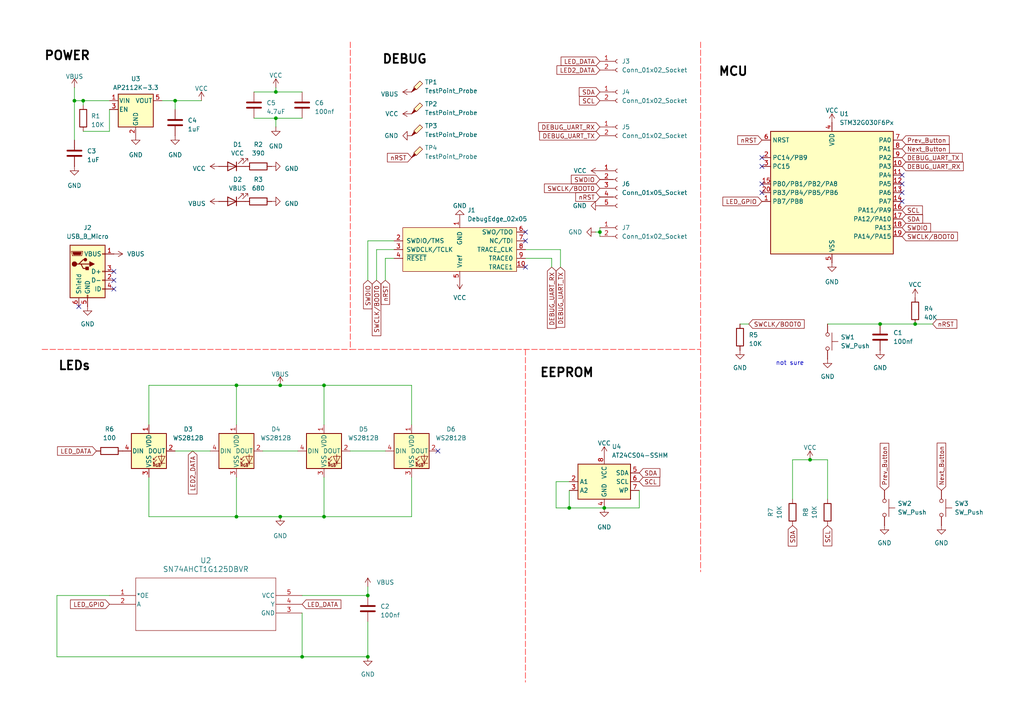
<source format=kicad_sch>
(kicad_sch (version 20231120) (generator "eeschema") (generator_version "8.0")
  (paper "A4")
  (title_block (title "Hackeriot Board") (rev "1.0.1"))
  (lib_symbols
    (symbol "Connector:Conn_01x02_Socket" (pin_names (offset 1.016) hide)
      (property "Reference" "J" (at 0 2.54 0))
      (property "Value" "Conn_01x02_Socket" (at 0 -5.08 0))
      (symbol "Conn_01x02_Socket_1_1"
        (arc (start 0 -2.032) (mid -0.5058 -2.54) (end 0 -3.048) (stroke (width 0.1524)))
        (polyline (pts (xy -1.27 -2.54) (xy -0.508 -2.54)) (stroke (width 0.1524)))
        (polyline (pts (xy -1.27 0) (xy -0.508 0)) (stroke (width 0.1524)))
        (arc (start 0 0.508) (mid -0.5058 0) (end 0 -0.508) (stroke (width 0.1524)))
        (pin passive line (at -5.08 0 0) (length 3.81) (name "Pin_1") (number "1"))
        (pin passive line (at -5.08 -2.54 0) (length 3.81) (name "Pin_2") (number "2"))
      )
    )
    (symbol "Connector:Conn_01x05_Socket" (pin_names (offset 1.016) hide)
      (property "Reference" "J" (at 0 7.62 0))
      (property "Value" "Conn_01x05_Socket" (at 0 -7.62 0))
      (symbol "Conn_01x05_Socket_1_1"
        (arc (start 0 -4.572) (mid -0.5058 -5.08) (end 0 -5.588) (stroke (width 0.1524)))
        (arc (start 0 -2.032) (mid -0.5058 -2.54) (end 0 -3.048) (stroke (width 0.1524)))
        (polyline (pts (xy -1.27 -5.08) (xy -0.508 -5.08)) (stroke (width 0.1524)))
        (polyline (pts (xy -1.27 -2.54) (xy -0.508 -2.54)) (stroke (width 0.1524)))
        (polyline (pts (xy -1.27 0) (xy -0.508 0)) (stroke (width 0.1524)))
        (polyline (pts (xy -1.27 2.54) (xy -0.508 2.54)) (stroke (width 0.1524)))
        (polyline (pts (xy -1.27 5.08) (xy -0.508 5.08)) (stroke (width 0.1524)))
        (arc (start 0 0.508) (mid -0.5058 0) (end 0 -0.508) (stroke (width 0.1524)))
        (arc (start 0 3.048) (mid -0.5058 2.54) (end 0 2.032) (stroke (width 0.1524)))
        (arc (start 0 5.588) (mid -0.5058 5.08) (end 0 4.572) (stroke (width 0.1524)))
        (pin passive line (at -5.08 5.08 0) (length 3.81) (name "Pin_1") (number "1"))
        (pin passive line (at -5.08 2.54 0) (length 3.81) (name "Pin_2") (number "2"))
        (pin passive line (at -5.08 0 0) (length 3.81) (name "Pin_3") (number "3"))
        (pin passive line (at -5.08 -2.54 0) (length 3.81) (name "Pin_4") (number "4"))
        (pin passive line (at -5.08 -5.08 0) (length 3.81) (name "Pin_5") (number "5"))
      )
    )
    (symbol "Connector:TestPoint_Probe" (pin_numbers hide) (pin_names (offset 0.762) hide)
      (property "Reference" "TP" (at 1.651 5.842 0))
      (property "Value" "TestPoint_Probe" (at 1.651 4.064 0))
      (symbol "TestPoint_Probe_0_1"
        (polyline (pts (xy 1.27 0.762) (xy 0 0) (xy 0.762 1.27) (xy 1.27 0.762)) (fill (type outline)))
        (polyline (pts (xy 1.397 0.635) (xy 0.635 1.397) (xy 2.413 3.175) (xy 3.175 2.413) (xy 1.397 0.635)) (fill (type background)))
      )
      (symbol "TestPoint_Probe_1_1"
        (pin passive line (at 0 0 90) (length 0) (name "1") (number "1"))
      )
    )
    (symbol "Connector:USB_B_Micro" (pin_names (offset 1.016))
      (property "Reference" "J" (at -5.08 11.43 0))
      (property "Value" "USB_B_Micro" (at -5.08 8.89 0))
      (symbol "USB_B_Micro_0_1"
        (rectangle (start -5.08 -7.62) (end 5.08 7.62) (stroke (width 0.254)) (fill (type background)))
        (circle (center -3.81 2.159) (radius 0.635) (stroke (width 0.254)) (fill (type outline)))
        (circle (center -0.635 3.429) (radius 0.381) (stroke (width 0.254)) (fill (type outline)))
        (rectangle (start -0.127 -7.62) (end 0.127 -6.858))
        (polyline (pts (xy -1.905 2.159) (xy 0.635 2.159)) (stroke (width 0.254)))
        (polyline (pts (xy -3.175 2.159) (xy -2.54 2.159) (xy -1.27 3.429) (xy -0.635 3.429)) (stroke (width 0.254)))
        (polyline (pts (xy -2.54 2.159) (xy -1.905 2.159) (xy -1.27 0.889) (xy 0 0.889)) (stroke (width 0.254)))
        (polyline (pts (xy 0.635 2.794) (xy 0.635 1.524) (xy 1.905 2.159) (xy 0.635 2.794)) (stroke (width 0.254)) (fill (type outline)))
        (polyline (pts (xy -4.318 5.588) (xy -1.778 5.588) (xy -2.032 4.826) (xy -4.064 4.826) (xy -4.318 5.588)) (fill (type outline)))
        (polyline (pts (xy -4.699 5.842) (xy -4.699 5.588) (xy -4.445 4.826) (xy -4.445 4.572) (xy -1.651 4.572) (xy -1.651 4.826) (xy -1.397 5.588) (xy -1.397 5.842) (xy -4.699 5.842)))
        (rectangle (start 0.254 1.27) (end -0.508 0.508) (stroke (width 0.254)) (fill (type outline)))
        (rectangle (start 5.08 -5.207) (end 4.318 -4.953))
        (rectangle (start 5.08 -2.667) (end 4.318 -2.413))
        (rectangle (start 5.08 -0.127) (end 4.318 0.127))
        (rectangle (start 5.08 4.953) (end 4.318 5.207))
      )
      (symbol "USB_B_Micro_1_1"
        (pin power_out line (at 7.62 5.08 180) (length 2.54) (name "VBUS") (number "1"))
        (pin bidirectional line (at 7.62 -2.54 180) (length 2.54) (name "D-") (number "2"))
        (pin bidirectional line (at 7.62 0 180) (length 2.54) (name "D+") (number "3"))
        (pin passive line (at 7.62 -5.08 180) (length 2.54) (name "ID") (number "4"))
        (pin power_out line (at 0 -10.16 90) (length 2.54) (name "GND") (number "5"))
        (pin passive line (at -2.54 -10.16 90) (length 2.54) (name "Shield") (number "6"))
      )
    )
    (symbol "Device:C" (pin_numbers hide) (pin_names (offset 0.254))
      (property "Reference" "C" (at 0.635 2.54 0))
      (property "Value" "C" (at 0.635 -2.54 0))
      (symbol "C_0_1"
        (polyline (pts (xy -2.032 -0.762) (xy 2.032 -0.762)) (stroke (width 0.508)))
        (polyline (pts (xy -2.032 0.762) (xy 2.032 0.762)) (stroke (width 0.508)))
      )
      (symbol "C_1_1"
        (pin passive line (at 0 3.81 270) (length 2.794) (name "~") (number "1"))
        (pin passive line (at 0 -3.81 90) (length 2.794) (name "~") (number "2"))
      )
    )
    (symbol "Device:LED" (pin_numbers hide) (pin_names (offset 1.016) hide)
      (property "Reference" "D" (at 0 2.54 0))
      (property "Value" "LED" (at 0 -2.54 0))
      (symbol "LED_0_1"
        (polyline (pts (xy -1.27 -1.27) (xy -1.27 1.27)) (stroke (width 0.254)))
        (polyline (pts (xy -1.27 0) (xy 1.27 0)))
        (polyline (pts (xy 1.27 -1.27) (xy 1.27 1.27) (xy -1.27 0) (xy 1.27 -1.27)) (stroke (width 0.254)))
        (polyline (pts (xy -3.048 -0.762) (xy -4.572 -2.286) (xy -3.81 -2.286) (xy -4.572 -2.286) (xy -4.572 -1.524)))
        (polyline (pts (xy -1.778 -0.762) (xy -3.302 -2.286) (xy -2.54 -2.286) (xy -3.302 -2.286) (xy -3.302 -1.524)))
      )
      (symbol "LED_1_1"
        (pin passive line (at -3.81 0 0) (length 2.54) (name "K") (number "1"))
        (pin passive line (at 3.81 0 180) (length 2.54) (name "A") (number "2"))
      )
    )
    (symbol "Device:R" (pin_numbers hide) (pin_names (offset 0))
      (property "Reference" "R" (at 2.032 0 90))
      (property "Value" "R" (at 0 0 90))
      (symbol "R_0_1"
        (rectangle (start -1.016 -2.54) (end 1.016 2.54) (stroke (width 0.254)))
      )
      (symbol "R_1_1"
        (pin passive line (at 0 3.81 270) (length 1.27) (name "~") (number "1"))
        (pin passive line (at 0 -3.81 90) (length 1.27) (name "~") (number "2"))
      )
    )
    (symbol "LED:WS2812B" (pin_names (offset 0.254))
      (property "Reference" "D" (at 5.08 5.715 0))
      (property "Value" "WS2812B" (at 1.27 -5.715 0))
      (symbol "WS2812B_0_0"
        (text "RGB" (at 2.286 -4.191 0) (effects (font (size 0.762 0.762))))
      )
      (symbol "WS2812B_0_1"
        (polyline (pts (xy 1.27 -3.556) (xy 1.778 -3.556)))
        (polyline (pts (xy 1.27 -2.54) (xy 1.778 -2.54)))
        (polyline (pts (xy 4.699 -3.556) (xy 2.667 -3.556)))
        (polyline (pts (xy 2.286 -2.54) (xy 1.27 -3.556) (xy 1.27 -3.048)))
        (polyline (pts (xy 2.286 -1.524) (xy 1.27 -2.54) (xy 1.27 -2.032)))
        (polyline (pts (xy 3.683 -1.016) (xy 3.683 -3.556) (xy 3.683 -4.064)))
        (polyline (pts (xy 4.699 -1.524) (xy 2.667 -1.524) (xy 3.683 -3.556) (xy 4.699 -1.524)))
        (rectangle (start 5.08 5.08) (end -5.08 -5.08) (stroke (width 0.254)) (fill (type background)))
      )
      (symbol "WS2812B_1_1"
        (pin power_in line (at 0 7.62 270) (length 2.54) (name "VDD") (number "1"))
        (pin output line (at 7.62 0 180) (length 2.54) (name "DOUT") (number "2"))
        (pin power_in line (at 0 -7.62 90) (length 2.54) (name "VSS") (number "3"))
        (pin input line (at -7.62 0 0) (length 2.54) (name "DIN") (number "4"))
      )
    )
    (symbol "MCU_ST_STM32G0:STM32G030F6Px"
      (property "Reference" "U" (at -17.78 19.05 0))
      (property "Value" "STM32G030F6Px" (at 2.54 19.05 0))
      (symbol "STM32G030F6Px_0_1"
        (rectangle (start -17.78 -17.78) (end 17.78 17.78) (stroke (width 0.254)) (fill (type background)))
      )
      (symbol "STM32G030F6Px_1_1"
        (pin bidirectional line (at -20.32 -2.54 0) (length 2.54) (name "PB7/PB8") (number "1"))
        (pin bidirectional line (at 20.32 7.62 180) (length 2.54) (name "PA3") (number "10"))
        (pin bidirectional line (at 20.32 5.08 180) (length 2.54) (name "PA4") (number "11"))
        (pin bidirectional line (at 20.32 2.54 180) (length 2.54) (name "PA5") (number "12"))
        (pin bidirectional line (at 20.32 0 180) (length 2.54) (name "PA6") (number "13"))
        (pin bidirectional line (at 20.32 -2.54 180) (length 2.54) (name "PA7") (number "14"))
        (pin bidirectional line (at -20.32 2.54 0) (length 2.54) (name "PB0/PB1/PB2/PA8") (number "15"))
        (pin bidirectional line (at 20.32 -5.08 180) (length 2.54) (name "PA11/PA9") (number "16"))
        (pin bidirectional line (at 20.32 -7.62 180) (length 2.54) (name "PA12/PA10") (number "17"))
        (pin bidirectional line (at 20.32 -10.16 180) (length 2.54) (name "PA13") (number "18"))
        (pin bidirectional line (at 20.32 -12.7 180) (length 2.54) (name "PA14/PA15") (number "19"))
        (pin bidirectional line (at -20.32 10.16 0) (length 2.54) (name "PC14/PB9") (number "2"))
        (pin bidirectional line (at -20.32 0 0) (length 2.54) (name "PB3/PB4/PB5/PB6") (number "20"))
        (pin bidirectional line (at -20.32 7.62 0) (length 2.54) (name "PC15") (number "3"))
        (pin power_in line (at 0 20.32 270) (length 2.54) (name "VDD") (number "4"))
        (pin power_in line (at 0 -20.32 90) (length 2.54) (name "VSS") (number "5"))
        (pin input line (at -20.32 15.24 0) (length 2.54) (name "NRST") (number "6"))
        (pin bidirectional line (at 20.32 15.24 180) (length 2.54) (name "PA0") (number "7"))
        (pin bidirectional line (at 20.32 12.7 180) (length 2.54) (name "PA1") (number "8"))
        (pin bidirectional line (at 20.32 10.16 180) (length 2.54) (name "PA2") (number "9"))
      )
    )
    (symbol "Memory_EEPROM:AT24CS04-SSHM"
      (property "Reference" "U" (at -7.62 6.35 0))
      (property "Value" "AT24CS04-SSHM" (at 2.54 -6.35 0))
      (symbol "AT24CS04-SSHM_1_1"
        (rectangle (start -7.62 5.08) (end 7.62 -5.08) (stroke (width 0.254)) (fill (type background)))
        (pin no_connect line (at -7.62 2.54 0) (length 2.54) hide (name "NC") (number "1"))
        (pin input line (at -10.16 0 0) (length 2.54) (name "A1") (number "2"))
        (pin input line (at -10.16 -2.54 0) (length 2.54) (name "A2") (number "3"))
        (pin power_in line (at 0 -7.62 90) (length 2.54) (name "GND") (number "4"))
        (pin bidirectional line (at 10.16 2.54 180) (length 2.54) (name "SDA") (number "5"))
        (pin input line (at 10.16 0 180) (length 2.54) (name "SCL") (number "6"))
        (pin input line (at 10.16 -2.54 180) (length 2.54) (name "WP") (number "7"))
        (pin power_in line (at 0 7.62 270) (length 2.54) (name "VCC") (number "8"))
      )
    )
    (symbol "Regulator_Linear:AP2112K-3.3" (pin_names (offset 0.254))
      (property "Reference" "U" (at -5.08 5.715 0))
      (property "Value" "AP2112K-3.3" (at 0 5.715 0))
      (symbol "AP2112K-3.3_0_1"
        (rectangle (start -5.08 4.445) (end 5.08 -5.08) (stroke (width 0.254)) (fill (type background)))
      )
      (symbol "AP2112K-3.3_1_1"
        (pin power_in line (at -7.62 2.54 0) (length 2.54) (name "VIN") (number "1"))
        (pin power_in line (at 0 -7.62 90) (length 2.54) (name "GND") (number "2"))
        (pin input line (at -7.62 0 0) (length 2.54) (name "EN") (number "3"))
        (pin no_connect line (at 5.08 0 180) (length 2.54) hide (name "NC") (number "4"))
        (pin power_out line (at 7.62 2.54 180) (length 2.54) (name "VOUT") (number "5"))
      )
    )
    (symbol "SN74AHCT1G125DBVR:SN74AHCT1G125DBVR" (pin_names (offset 0.254))
      (property "Reference" "U" (at 27.94 10.16 0))
      (property "Value" "SN74AHCT1G125DBVR" (at 27.94 7.62 0))
      (symbol "SN74AHCT1G125DBVR_0_1"
        (polyline (pts (xy 7.62 -10.16) (xy 48.26 -10.16)) (stroke (width 0.127)))
        (polyline (pts (xy 7.62 5.08) (xy 7.62 -10.16)) (stroke (width 0.127)))
        (polyline (pts (xy 48.26 -10.16) (xy 48.26 5.08)) (stroke (width 0.127)))
        (polyline (pts (xy 48.26 5.08) (xy 7.62 5.08)) (stroke (width 0.127)))
        (pin input line (at 0 0 0) (length 7.62) (name "*OE") (number "1"))
        (pin input line (at 0 -2.54 0) (length 7.62) (name "A") (number "2"))
        (pin power_in line (at 55.88 -5.08 180) (length 7.62) (name "GND") (number "3"))
        (pin output line (at 55.88 -2.54 180) (length 7.62) (name "Y") (number "4"))
        (pin power_in line (at 55.88 0 180) (length 7.62) (name "VCC") (number "5"))
      )
    )
    (symbol "Switch:SW_Push" (pin_numbers hide) (pin_names (offset 1.016) hide)
      (property "Reference" "SW" (at 1.27 2.54 0))
      (property "Value" "SW_Push" (at 0 -1.524 0))
      (symbol "SW_Push_0_1"
        (circle (center -2.032 0) (radius 0.508))
        (polyline (pts (xy 0 1.27) (xy 0 3.048)))
        (polyline (pts (xy 2.54 1.27) (xy -2.54 1.27)))
        (circle (center 2.032 0) (radius 0.508))
        (pin passive line (at -5.08 0 0) (length 2.54) (name "1") (number "1"))
        (pin passive line (at 5.08 0 180) (length 2.54) (name "2") (number "2"))
      )
    )
    (symbol "debug_edge:DebugEdge_02x05" (pin_names (offset 1.016))
      (property "Reference" "J6" (at 1.9559 10.16 0))
      (property "Value" "DebugEdge_02x05" (at 1.9559 7.62 0))
      (symbol "DebugEdge_02x05_0_1"
        (rectangle (start -16.51 6.35) (end 16.51 -6.35) (fill (type background)))
      )
      (symbol "DebugEdge_02x05_1_1"
        (pin power_in line (at 0 8.89 270) (length 2.54) (name "GND") (number "1"))
        (pin bidirectional line (at 19.05 -5.08 180) (length 2.54) (name "TRACE1") (number "10"))
        (pin bidirectional line (at -19.05 2.54 0) (length 2.54) (name "SWDIO/TMS") (number "2"))
        (pin bidirectional line (at -19.05 0 0) (length 2.54) (name "SWDCLK/TCLK") (number "3"))
        (pin bidirectional line (at -19.05 -2.54 0) (length 2.54) (name "~{RESET}") (number "4"))
        (pin power_in line (at 0 -8.89 90) (length 2.54) (name "Vref") (number "5"))
        (pin bidirectional line (at 19.05 5.08 180) (length 2.54) (name "SWO/TDO") (number "6"))
        (pin bidirectional line (at 19.05 2.54 180) (length 2.54) (name "NC/TDI") (number "7"))
        (pin bidirectional line (at 19.05 0 180) (length 2.54) (name "TRACE_CLK") (number "8"))
        (pin bidirectional line (at 19.05 -2.54 180) (length 2.54) (name "TRACE0") (number "9"))
      )
    )
    (symbol "power:GND" (power) (pin_numbers hide) (pin_names (offset 0) hide)
      (property "Value" "GND" (at 0 -3.81 0))
      (symbol "GND_0_1"
        (polyline (pts (xy 0 0) (xy 0 -1.27) (xy 1.27 -1.27) (xy 0 -2.54) (xy -1.27 -1.27) (xy 0 -1.27)))
      )
      (symbol "GND_1_1"
        (pin power_in line (at 0 0 270) (length 0) (name "~") (number "1"))
      )
    )
    (symbol "power:VBUS" (power) (pin_numbers hide) (pin_names (offset 0) hide)
      (property "Value" "VBUS" (at 0 3.556 0))
      (symbol "VBUS_0_1"
        (polyline (pts (xy -0.762 1.27) (xy 0 2.54)))
        (polyline (pts (xy 0 0) (xy 0 2.54)))
        (polyline (pts (xy 0 2.54) (xy 0.762 1.27)))
      )
      (symbol "VBUS_1_1"
        (pin power_in line (at 0 0 90) (length 0) (name "~") (number "1"))
      )
    )
    (symbol "power:VCC" (power) (pin_numbers hide) (pin_names (offset 0) hide)
      (property "Value" "VCC" (at 0 3.556 0))
      (symbol "VCC_0_1"
        (polyline (pts (xy -0.762 1.27) (xy 0 2.54)))
        (polyline (pts (xy 0 0) (xy 0 2.54)))
        (polyline (pts (xy 0 2.54) (xy 0.762 1.27)))
      )
      (symbol "VCC_1_1"
        (pin power_in line (at 0 0 90) (length 0) (name "~") (number "1"))
      )
    )
  )
  (junction (at 80.01 26.67))
  (junction (at 173.99 67.31))
  (junction (at 81.28 111.76))
  (junction (at 80.01 34.29))
  (junction (at 87.63 190.5))
  (junction (at 68.58 149.86))
  (junction (at 24.13 29.21))
  (junction (at 165.1 147.32))
  (junction (at 21.59 29.21))
  (junction (at 265.43 93.98))
  (junction (at 106.68 172.72))
  (junction (at 93.98 149.86))
  (junction (at 255.27 93.98))
  (junction (at 68.58 111.76))
  (junction (at 106.68 190.5))
  (junction (at 175.26 147.32))
  (junction (at 81.28 149.86))
  (junction (at 50.8 29.21))
  (junction (at 234.95 133.35))
  (junction (at 93.98 111.76))
  (no_connect (at 22.86 88.9))
  (no_connect (at 220.98 53.34))
  (no_connect (at 152.4 77.47))
  (no_connect (at 127 130.81))
  (no_connect (at 33.02 83.82))
  (no_connect (at 33.02 78.74))
  (no_connect (at 261.62 58.42))
  (no_connect (at 261.62 53.34))
  (no_connect (at 33.02 81.28))
  (no_connect (at 152.4 69.85))
  (no_connect (at 220.98 55.88))
  (no_connect (at 261.62 55.88))
  (no_connect (at 220.98 45.72))
  (no_connect (at 220.98 48.26))
  (no_connect (at 261.62 50.8))
  (no_connect (at 152.4 67.31))
  (wire (pts (xy 161.29 139.7) (xy 161.29 147.32)))
  (wire (pts (xy 106.68 81.28) (xy 106.68 69.85)))
  (wire (pts (xy 119.38 138.43) (xy 119.38 149.86)))
  (polyline (pts (xy 101.6 101.346) (xy 203.2 101.346)) (stroke (width 0) (type dash) (color 255 0 0 1)))
  (wire (pts (xy 165.1 142.24) (xy 165.1 147.32)))
  (wire (pts (xy 87.63 190.5) (xy 106.68 190.5)))
  (wire (pts (xy 255.27 93.98) (xy 265.43 93.98)))
  (wire (pts (xy 93.98 138.43) (xy 93.98 149.86)))
  (wire (pts (xy 109.22 81.28) (xy 109.22 72.39)))
  (wire (pts (xy 93.98 111.76) (xy 81.28 111.76)))
  (polyline (pts (xy 12.192 101.346) (xy 101.6 101.346)) (stroke (width 0) (type dash) (color 255 0 0 1)))
  (wire (pts (xy 50.8 29.21) (xy 46.99 29.21)))
  (wire (pts (xy 80.01 25.4) (xy 80.01 26.67)))
  (wire (pts (xy 21.59 29.21) (xy 21.59 40.64)))
  (wire (pts (xy 119.38 149.86) (xy 93.98 149.86)))
  (wire (pts (xy 80.01 34.29) (xy 80.01 36.83)))
  (wire (pts (xy 16.51 190.5) (xy 87.63 190.5)))
  (wire (pts (xy 87.63 177.8) (xy 87.63 190.5)))
  (wire (pts (xy 214.63 93.98) (xy 217.17 93.98)))
  (wire (pts (xy 160.02 74.93) (xy 160.02 77.47)))
  (wire (pts (xy 109.22 72.39) (xy 114.3 72.39)))
  (wire (pts (xy 119.38 123.19) (xy 119.38 111.76)))
  (wire (pts (xy 229.87 144.78) (xy 229.87 133.35)))
  (wire (pts (xy 43.18 123.19) (xy 43.18 111.76)))
  (wire (pts (xy 173.99 67.31) (xy 173.99 68.58)))
  (wire (pts (xy 50.8 31.75) (xy 50.8 29.21)))
  (wire (pts (xy 43.18 111.76) (xy 68.58 111.76)))
  (wire (pts (xy 68.58 111.76) (xy 81.28 111.76)))
  (wire (pts (xy 265.43 93.98) (xy 270.51 93.98)))
  (wire (pts (xy 68.58 138.43) (xy 68.58 149.86)))
  (wire (pts (xy 80.01 26.67) (xy 87.63 26.67)))
  (wire (pts (xy 93.98 149.86) (xy 81.28 149.86)))
  (wire (pts (xy 119.38 111.76) (xy 93.98 111.76)))
  (wire (pts (xy 165.1 147.32) (xy 175.26 147.32)))
  (wire (pts (xy 101.6 130.81) (xy 111.76 130.81)))
  (wire (pts (xy 21.59 29.21) (xy 24.13 29.21)))
  (wire (pts (xy 229.87 133.35) (xy 234.95 133.35)))
  (wire (pts (xy 185.42 147.32) (xy 175.26 147.32)))
  (wire (pts (xy 240.03 144.78) (xy 240.03 133.35)))
  (wire (pts (xy 111.76 74.93) (xy 114.3 74.93)))
  (wire (pts (xy 73.66 26.67) (xy 80.01 26.67)))
  (wire (pts (xy 76.2 130.81) (xy 86.36 130.81)))
  (wire (pts (xy 68.58 111.76) (xy 68.58 123.19)))
  (wire (pts (xy 43.18 149.86) (xy 68.58 149.86)))
  (polyline (pts (xy 203.2 12.192) (xy 203.2 165.862)) (stroke (width 0) (type dash) (color 255 0 0 1)))
  (wire (pts (xy 31.75 172.72) (xy 16.51 172.72)))
  (wire (pts (xy 87.63 172.72) (xy 106.68 172.72)))
  (wire (pts (xy 240.03 93.98) (xy 255.27 93.98)))
  (wire (pts (xy 106.68 180.34) (xy 106.68 190.5)))
  (wire (pts (xy 172.72 67.31) (xy 173.99 67.31)))
  (wire (pts (xy 161.29 147.32) (xy 165.1 147.32)))
  (wire (pts (xy 106.68 170.18) (xy 106.68 172.72)))
  (wire (pts (xy 68.58 149.86) (xy 81.28 149.86)))
  (wire (pts (xy 173.99 67.31) (xy 173.99 66.04)))
  (wire (pts (xy 16.51 172.72) (xy 16.51 190.5)))
  (wire (pts (xy 24.13 29.21) (xy 24.13 30.48)))
  (wire (pts (xy 162.56 77.47) (xy 162.56 72.39)))
  (wire (pts (xy 234.95 133.35) (xy 240.03 133.35)))
  (wire (pts (xy 24.13 29.21) (xy 31.75 29.21)))
  (wire (pts (xy 50.8 130.81) (xy 60.96 130.81)))
  (wire (pts (xy 111.76 81.28) (xy 111.76 74.93)))
  (polyline (pts (xy 152.4 101.346) (xy 152.4 197.866)) (stroke (width 0) (type dash) (color 255 0 0 1)))
  (wire (pts (xy 50.8 29.21) (xy 58.42 29.21)))
  (wire (pts (xy 43.18 138.43) (xy 43.18 149.86)))
  (wire (pts (xy 21.59 25.4) (xy 21.59 29.21)))
  (wire (pts (xy 162.56 72.39) (xy 152.4 72.39)))
  (wire (pts (xy 73.66 34.29) (xy 80.01 34.29)))
  (wire (pts (xy 80.01 34.29) (xy 87.63 34.29)))
  (wire (pts (xy 31.75 38.1) (xy 24.13 38.1)))
  (wire (pts (xy 93.98 111.76) (xy 93.98 123.19)))
  (wire (pts (xy 165.1 139.7) (xy 161.29 139.7)))
  (wire (pts (xy 152.4 74.93) (xy 160.02 74.93)))
  (wire (pts (xy 106.68 69.85) (xy 114.3 69.85)))
  (wire (pts (xy 31.75 31.75) (xy 31.75 38.1)))
  (wire (pts (xy 185.42 142.24) (xy 185.42 147.32)))
  (polyline (pts (xy 101.6 12.192) (xy 101.6 101.346)) (stroke (width 0) (type dash) (color 255 0 0 1)))
  (text "POWER" (at 12.7 17.78 0) (effects (font (size 2.54 2.54) (thickness 0.508) (bold yes)) (justify left bottom)))
  (text "EEPROM" (at 156.464 109.728 0) (effects (font (size 2.54 2.54) (thickness 0.508) (bold yes)) (justify left bottom)))
  (text "DEBUG\n" (at 110.744 18.796 0) (effects (font (size 2.54 2.54) (thickness 0.508) (bold yes)) (justify left bottom)))
  (text "not sure" (at 229.108 105.41 0) (effects (font (size 1.27 1.27))))
  (text "MCU" (at 208.28 22.352 0) (effects (font (size 2.54 2.54) (thickness 0.508) (bold yes)) (justify left bottom)))
  (text "LEDs" (at 16.764 107.696 0) (effects (font (size 2.54 2.54) (thickness 0.508) (bold yes)) (justify left bottom)))
  (global_label "SDA" (shape input) (at 261.62 63.5 0) (property "Intersheetrefs" "${INTERSHEET_REFS}" (effects (hide yes))))
  (global_label "LED2_DATA" (shape input) (at 55.88 130.81 270) (property "Intersheetrefs" "${INTERSHEET_REFS}" (effects (hide yes))))
  (global_label "SDA" (shape input) (at 185.42 137.16 0) (property "Intersheetrefs" "${INTERSHEET_REFS}" (effects (hide yes))))
  (global_label "LED2_DATA" (shape input) (at 173.99 20.32 180) (property "Intersheetrefs" "${INTERSHEET_REFS}" (effects (hide yes))))
  (global_label "DEBUG_UART_TX" (shape input) (at 173.99 39.37 180) (property "Intersheetrefs" "${INTERSHEET_REFS}" (effects (hide yes))))
  (global_label "SDA" (shape input) (at 173.99 26.67 180) (property "Intersheetrefs" "${INTERSHEET_REFS}" (effects (hide yes))))
  (global_label "nRST" (shape input) (at 220.98 40.64 180) (property "Intersheetrefs" "${INTERSHEET_REFS}" (effects (hide yes))))
  (global_label "Prev_Button" (shape input) (at 261.62 40.64 0) (property "Intersheetrefs" "${INTERSHEET_REFS}" (effects (hide yes))))
  (global_label "Prev_Button" (shape input) (at 256.54 142.24 90) (property "Intersheetrefs" "${INTERSHEET_REFS}" (effects (hide yes))))
  (global_label "SWCLK{slash}BOOT0" (shape input) (at 173.99 54.61 180) (property "Intersheetrefs" "${INTERSHEET_REFS}" (effects (hide yes))))
  (global_label "nRST" (shape input) (at 111.76 81.28 270) (property "Intersheetrefs" "${INTERSHEET_REFS}" (effects (hide yes))))
  (global_label "SWDIO" (shape input) (at 106.68 81.28 270) (property "Intersheetrefs" "${INTERSHEET_REFS}" (effects (hide yes))))
  (global_label "DEBUG_UART_RX" (shape input) (at 261.62 48.26 0) (property "Intersheetrefs" "${INTERSHEET_REFS}" (effects (hide yes))))
  (global_label "LED_GPIO" (shape input) (at 220.98 58.42 180) (property "Intersheetrefs" "${INTERSHEET_REFS}" (effects (hide yes))))
  (global_label "Next_Button" (shape input) (at 273.05 142.24 90) (property "Intersheetrefs" "${INTERSHEET_REFS}" (effects (hide yes))))
  (global_label "DEBUG_UART_RX" (shape input) (at 173.99 36.83 180) (property "Intersheetrefs" "${INTERSHEET_REFS}" (effects (hide yes))))
  (global_label "SCL" (shape input) (at 261.62 60.96 0) (property "Intersheetrefs" "${INTERSHEET_REFS}" (effects (hide yes))))
  (global_label "DEBUG_UART_RX" (shape input) (at 160.02 77.47 270) (property "Intersheetrefs" "${INTERSHEET_REFS}" (effects (hide yes))))
  (global_label "Next_Button" (shape input) (at 261.62 43.18 0) (property "Intersheetrefs" "${INTERSHEET_REFS}" (effects (hide yes))))
  (global_label "DEBUG_UART_TX" (shape input) (at 162.56 77.47 270) (property "Intersheetrefs" "${INTERSHEET_REFS}" (effects (hide yes))))
  (global_label "nRST" (shape input) (at 270.51 93.98 0) (property "Intersheetrefs" "${INTERSHEET_REFS}" (effects (hide yes))))
  (global_label "SWCLK{slash}BOOT0" (shape input) (at 217.17 93.98 0) (property "Intersheetrefs" "${INTERSHEET_REFS}" (effects (hide yes))))
  (global_label "SWCLK{slash}BOOT0" (shape input) (at 261.62 68.58 0) (property "Intersheetrefs" "${INTERSHEET_REFS}" (effects (hide yes))))
  (global_label "LED_DATA" (shape input) (at 173.99 17.78 180) (property "Intersheetrefs" "${INTERSHEET_REFS}" (effects (hide yes))))
  (global_label "DEBUG_UART_TX" (shape input) (at 261.62 45.72 0) (property "Intersheetrefs" "${INTERSHEET_REFS}" (effects (hide yes))))
  (global_label "SCL" (shape input) (at 185.42 139.7 0) (property "Intersheetrefs" "${INTERSHEET_REFS}" (effects (hide yes))))
  (global_label "LED_GPIO" (shape input) (at 31.75 175.26 180) (property "Intersheetrefs" "${INTERSHEET_REFS}" (effects (hide yes))))
  (global_label "SCL" (shape input) (at 240.03 152.4 270) (property "Intersheetrefs" "${INTERSHEET_REFS}" (effects (hide yes))))
  (global_label "SWCLK{slash}BOOT0" (shape input) (at 109.22 81.28 270) (property "Intersheetrefs" "${INTERSHEET_REFS}" (effects (hide yes))))
  (global_label "nRST" (shape input) (at 173.99 57.15 180) (property "Intersheetrefs" "${INTERSHEET_REFS}" (effects (hide yes))))
  (global_label "LED_DATA" (shape input) (at 87.63 175.26 0) (property "Intersheetrefs" "${INTERSHEET_REFS}" (effects (hide yes))))
  (global_label "SDA" (shape input) (at 229.87 152.4 270) (property "Intersheetrefs" "${INTERSHEET_REFS}" (effects (hide yes))))
  (global_label "LED_DATA" (shape input) (at 27.94 130.81 180) (property "Intersheetrefs" "${INTERSHEET_REFS}" (effects (hide yes))))
  (global_label "nRST" (shape input) (at 119.38 45.72 180) (property "Intersheetrefs" "${INTERSHEET_REFS}" (effects (hide yes))))
  (global_label "SCL" (shape input) (at 173.99 29.21 180) (property "Intersheetrefs" "${INTERSHEET_REFS}" (effects (hide yes))))
  (global_label "SWDIO" (shape input) (at 173.99 52.07 180) (property "Intersheetrefs" "${INTERSHEET_REFS}" (effects (hide yes))))
  (global_label "SWDIO" (shape input) (at 261.62 66.04 0) (property "Intersheetrefs" "${INTERSHEET_REFS}" (effects (hide yes))))
  (symbol (lib_id "Switch:SW_Push") (at 273.05 147.32 270) (unit 1)
    (property "Reference" "SW3" (at 276.86 146.0499 90) (effects (justify left)))
    (property "Value" "SW_Push" (at 276.86 148.5899 90) (effects (justify left)))
    (property "Footprint" "Button_Switch_THT:SW_PUSH_6mm" (effects (hide yes)))
  )
  (symbol (lib_id "Memory_EEPROM:AT24CS04-SSHM") (at 175.26 139.7 0) (unit 1)
    (property "Reference" "U4" (at 177.4541 129.54 0) (effects (justify left)))
    (property "Value" "AT24CS04-SSHM" (at 177.4541 132.08 0) (effects (justify left)))
    (property "Footprint" "Package_SO:SOIC-8_3.9x4.9mm_P1.27mm" (effects (hide yes)))
    (property "Datasheet" "http://ww1.microchip.com/downloads/en/DeviceDoc/Atmel-8766-SEEPROM-AT24CS04-08-Datasheet.pdf" (effects (hide yes)))
    (property "Description" "I2C Serial EEPROM, 4Kb (512x8) with Unique Serial Number, SO8" (effects (hide yes)))
    (property "MPN" "C6205" (effects (hide yes)))
  )
  (symbol (lib_id "power:VCC") (at 133.35 81.28 180) (unit 1)
    (property "Reference" "#PWR013" (effects (hide yes)))
    (property "Value" "VCC" (at 133.35 86.36 0))
    (property "Description" "Power symbol creates a global label with name \"VCC\"" (effects (hide yes)))
  )
  (symbol (lib_id "power:VCC") (at 119.38 33.02 90) (unit 1)
    (property "Reference" "#PWR027" (effects (hide yes)))
    (property "Value" "VCC" (at 115.57 33.0199 90) (effects (justify left)))
    (property "Description" "Power symbol creates a global label with name \"VCC\"" (effects (hide yes)))
  )
  (symbol (lib_id "power:GND") (at 175.26 147.32 0) (unit 1)
    (property "Reference" "#PWR025" (effects (hide yes)))
    (property "Value" "GND" (at 175.26 152.8826 0))
    (property "Description" "Power symbol creates a global label with name \"GND\" , ground" (effects (hide yes)))
  )
  (symbol (lib_id "power:VCC") (at 175.26 132.08 0) (unit 1)
    (property "Reference" "#PWR024" (effects (hide yes)))
    (property "Value" "VCC" (at 175.26 128.5494 0))
    (property "Description" "Power symbol creates a global label with name \"VCC\"" (effects (hide yes)))
  )
  (symbol (lib_id "Device:C") (at 21.59 44.45 0) (unit 1)
    (property "Reference" "C3" (at 25.2222 43.815 0) (effects (justify left)))
    (property "Value" "1uF" (at 25.2222 46.355 0) (effects (justify left)))
    (property "Footprint" "Capacitor_SMD:C_0805_2012Metric_Pad1.18x1.45mm_HandSolder" (effects (hide yes)))
    (property "MPN" "C28323" (effects (hide yes)))
  )
  (symbol (lib_id "Connector:TestPoint_Probe") (at 119.38 45.72 0) (unit 1)
    (property "Reference" "TP4" (at 123.19 42.8624 0) (effects (justify left)))
    (property "Value" "TestPoint_Probe" (at 123.19 45.4024 0) (effects (justify left)))
    (property "Footprint" "TestPoint:TestPoint_Pad_D2.0mm" (effects (hide yes)))
    (property "Description" "test point (alternative probe-style design)" (effects (hide yes)))
  )
  (symbol (lib_id "Connector:Conn_01x02_Socket") (at 179.07 17.78 0) (unit 1)
    (property "Reference" "J3" (at 180.34 17.7799 0) (effects (justify left)))
    (property "Value" "Conn_01x02_Socket" (at 180.34 20.3199 0) (effects (justify left)))
    (property "Footprint" "Connector_PinSocket_2.54mm:PinSocket_1x02_P2.54mm_Vertical" (effects (hide yes)))
    (property "Description" "Generic connector, single row, 01x02, script generated" (effects (hide yes)))
  )
  (symbol (lib_id "Device:R") (at 74.93 58.42 90) (unit 1)
    (property "Reference" "R3" (at 74.93 52.07 90))
    (property "Value" "680" (at 74.93 54.61 90))
    (property "Footprint" "Resistor_SMD:R_0805_2012Metric_Pad1.20x1.40mm_HandSolder" (effects (hide yes)))
    (property "MPN" "C17798" (effects (hide yes)))
  )
  (symbol (lib_id "power:VCC") (at 241.3 35.56 0) (unit 1)
    (property "Reference" "#PWR018" (effects (hide yes)))
    (property "Value" "VCC" (at 241.3 32.0294 0))
    (property "Description" "Power symbol creates a global label with name \"VCC\"" (effects (hide yes)))
  )
  (symbol (lib_id "Connector:TestPoint_Probe") (at 119.38 26.67 0) (unit 1)
    (property "Reference" "TP1" (at 123.19 23.8124 0) (effects (justify left)))
    (property "Value" "TestPoint_Probe" (at 123.19 26.3524 0) (effects (justify left)))
    (property "Footprint" "TestPoint:TestPoint_Pad_D2.0mm" (effects (hide yes)))
    (property "Description" "test point (alternative probe-style design)" (effects (hide yes)))
  )
  (symbol (lib_id "Device:LED") (at 67.31 58.42 180) (unit 1)
    (property "Reference" "D2" (at 68.8975 52.07 0))
    (property "Value" "VBUS" (at 68.8975 54.61 0))
    (property "Footprint" "LED_SMD:LED_0805_2012Metric_Pad1.15x1.40mm_HandSolder" (effects (hide yes)))
    (property "Description" "Light emitting diode" (effects (hide yes)))
    (property "MPN" " C2296" (effects (hide yes)))
  )
  (symbol (lib_id "power:GND") (at 81.28 149.86 0) (unit 1)
    (property "Reference" "#PWR021" (effects (hide yes)))
    (property "Value" "GND" (at 81.28 155.4226 0))
    (property "Description" "Power symbol creates a global label with name \"GND\" , ground" (effects (hide yes)))
  )
  (symbol (lib_id "Connector:Conn_01x02_Socket") (at 179.07 36.83 0) (unit 1)
    (property "Reference" "J5" (at 180.34 36.8299 0) (effects (justify left)))
    (property "Value" "Conn_01x02_Socket" (at 180.34 39.3699 0) (effects (justify left)))
    (property "Footprint" "Connector_PinSocket_2.54mm:PinSocket_1x02_P2.54mm_Vertical" (effects (hide yes)))
    (property "Description" "Generic connector, single row, 01x02, script generated" (effects (hide yes)))
  )
  (symbol (lib_id "power:VCC") (at 265.43 86.36 0) (unit 1)
    (property "Reference" "#PWR016" (effects (hide yes)))
    (property "Value" "VCC" (at 265.43 82.55 0))
    (property "Description" "Power symbol creates a global label with name \"VCC\"" (effects (hide yes)))
  )
  (symbol (lib_id "power:GND") (at 273.05 152.4 0) (unit 1)
    (property "Reference" "#PWR032" (effects (hide yes)))
    (property "Value" "GND" (at 273.05 157.48 0))
    (property "Description" "Power symbol creates a global label with name \"GND\" , ground" (effects (hide yes)))
  )
  (symbol (lib_id "power:GND") (at 173.99 59.69 270) (unit 1)
    (property "Reference" "#PWR038" (effects (hide yes)))
    (property "Value" "GND" (at 170.18 59.6899 90) (effects (justify right)))
    (property "Description" "Power symbol creates a global label with name \"GND\" , ground" (effects (hide yes)))
  )
  (symbol (lib_id "Device:C") (at 255.27 97.79 0) (unit 1)
    (property "Reference" "C1" (at 259.08 96.5199 0) (effects (justify left)))
    (property "Value" "100nf" (at 259.08 99.0599 0) (effects (justify left)))
    (property "Footprint" "Capacitor_SMD:C_0805_2012Metric_Pad1.18x1.45mm_HandSolder" (effects (hide yes)))
    (property "MPN" "C49678" (effects (hide yes)))
  )
  (symbol (lib_id "power:GND") (at 21.59 48.26 0) (unit 1)
    (property "Reference" "#PWR02" (effects (hide yes)))
    (property "Value" "GND" (at 21.59 53.8226 0))
    (property "Description" "Power symbol creates a global label with name \"GND\" , ground" (effects (hide yes)))
  )
  (symbol (lib_id "Device:C") (at 87.63 30.48 0) (unit 1)
    (property "Reference" "C6" (at 91.2622 29.845 0) (effects (justify left)))
    (property "Value" "100nf" (at 91.2622 32.385 0) (effects (justify left)))
    (property "Footprint" "Capacitor_SMD:C_0805_2012Metric_Pad1.18x1.45mm_HandSolder" (effects (hide yes)))
    (property "MPN" "C49678" (effects (hide yes)))
  )
  (symbol (lib_id "power:GND") (at 78.74 58.42 90) (unit 1)
    (property "Reference" "#PWR09" (effects (hide yes)))
    (property "Value" "GND" (at 82.55 59.055 90) (effects (justify right)))
    (property "Description" "Power symbol creates a global label with name \"GND\" , ground" (effects (hide yes)))
  )
  (symbol (lib_id "Device:R") (at 31.75 130.81 90) (unit 1)
    (property "Reference" "R6" (at 31.75 124.46 90))
    (property "Value" "100" (at 31.75 127 90))
    (property "Footprint" "Resistor_SMD:R_0805_2012Metric_Pad1.20x1.40mm_HandSolder" (effects (hide yes)))
    (property "MPN" "C17408" (effects (hide yes)))
  )
  (symbol (lib_id "LED:WS2812B") (at 93.98 130.81 0) (unit 1)
    (property "Reference" "D5" (at 105.41 124.4914 0))
    (property "Value" "WS2812B" (at 105.41 127.0314 0))
    (property "Footprint" "LED_SMD:LED_WS2812B_PLCC4_5.0x5.0mm_P3.2mm" (effects (hide yes)))
    (property "Datasheet" "https://cdn-shop.adafruit.com/datasheets/WS2812B.pdf" (effects (hide yes)))
    (property "Description" "RGB LED with integrated controller" (effects (hide yes)))
  )
  (symbol (lib_id "SN74AHCT1G125DBVR:SN74AHCT1G125DBVR") (at 31.75 172.72 0) (unit 1)
    (property "Reference" "U2" (at 59.69 162.56 0) (effects (font (size 1.524 1.524))))
    (property "Value" "SN74AHCT1G125DBVR" (at 59.69 165.1 0) (effects (font (size 1.524 1.524))))
    (property "Footprint" "DBV5" (effects (hide yes)))
    (property "Datasheet" "SN74AHCT1G125DBVR" (effects (hide yes)))
    (property "MPN" "C7484" (effects (hide yes)))
  )
  (symbol (lib_id "power:GND") (at 241.3 76.2 0) (unit 1)
    (property "Reference" "#PWR019" (effects (hide yes)))
    (property "Value" "GND" (at 241.3 81.7626 0))
    (property "Description" "Power symbol creates a global label with name \"GND\" , ground" (effects (hide yes)))
  )
  (symbol (lib_id "power:VCC") (at 58.42 29.21 0) (unit 1)
    (property "Reference" "#PWR05" (effects (hide yes)))
    (property "Value" "VCC" (at 58.42 25.6794 0))
    (property "Description" "Power symbol creates a global label with name \"VCC\"" (effects (hide yes)))
  )
  (symbol (lib_id "power:GND") (at 172.72 67.31 270) (unit 1)
    (property "Reference" "#PWR035" (effects (hide yes)))
    (property "Value" "GND" (at 168.91 67.3099 90) (effects (justify right)))
    (property "Description" "Power symbol creates a global label with name \"GND\" , ground" (effects (hide yes)))
  )
  (symbol (lib_id "power:GND") (at 106.68 190.5 0) (unit 1)
    (property "Reference" "#PWR022" (effects (hide yes)))
    (property "Value" "GND" (at 106.68 195.58 0))
    (property "Description" "Power symbol creates a global label with name \"GND\" , ground" (effects (hide yes)))
  )
  (symbol (lib_id "power:GND") (at 256.54 152.4 0) (unit 1)
    (property "Reference" "#PWR033" (effects (hide yes)))
    (property "Value" "GND" (at 256.54 157.48 0))
    (property "Description" "Power symbol creates a global label with name \"GND\" , ground" (effects (hide yes)))
  )
  (symbol (lib_id "power:VBUS") (at 33.02 73.66 270) (unit 1)
    (property "Reference" "#PWR030" (effects (hide yes)))
    (property "Value" "VBUS" (at 36.83 73.6599 90) (effects (justify left)))
    (property "Description" "Power symbol creates a global label with name \"VBUS\"" (effects (hide yes)))
  )
  (symbol (lib_id "Device:R") (at 214.63 97.79 180) (unit 1)
    (property "Reference" "R5" (at 217.17 97.155 0) (effects (justify right)))
    (property "Value" "10K" (at 217.17 99.695 0) (effects (justify right)))
    (property "Footprint" "Resistor_SMD:R_0805_2012Metric_Pad1.20x1.40mm_HandSolder" (effects (hide yes)))
    (property "MPN" "C17414" (effects (hide yes)))
  )
  (symbol (lib_id "power:GND") (at 80.01 36.83 0) (unit 1)
    (property "Reference" "#PWR011" (effects (hide yes)))
    (property "Value" "GND" (at 80.01 42.3926 0))
    (property "Description" "Power symbol creates a global label with name \"GND\" , ground" (effects (hide yes)))
  )
  (symbol (lib_id "Device:C") (at 73.66 30.48 0) (unit 1)
    (property "Reference" "C5" (at 77.2922 29.845 0) (effects (justify left)))
    (property "Value" "4.7uF" (at 77.2922 32.385 0) (effects (justify left)))
    (property "Footprint" "Capacitor_SMD:C_0805_2012Metric_Pad1.18x1.45mm_HandSolder" (effects (hide yes)))
    (property "MPN" "C1779" (effects (hide yes)))
  )
  (symbol (lib_id "Connector:Conn_01x02_Socket") (at 179.07 26.67 0) (unit 1)
    (property "Reference" "J4" (at 180.34 26.6699 0) (effects (justify left)))
    (property "Value" "Conn_01x02_Socket" (at 180.34 29.2099 0) (effects (justify left)))
    (property "Footprint" "Connector_PinSocket_2.54mm:PinSocket_1x02_P2.54mm_Vertical" (effects (hide yes)))
    (property "Description" "Generic connector, single row, 01x02, script generated" (effects (hide yes)))
  )
  (symbol (lib_id "LED:WS2812B") (at 119.38 130.81 0) (unit 1)
    (property "Reference" "D6" (at 130.81 124.4914 0))
    (property "Value" "WS2812B" (at 130.81 127.0314 0))
    (property "Footprint" "LED_SMD:LED_WS2812B_PLCC4_5.0x5.0mm_P3.2mm" (effects (hide yes)))
    (property "Datasheet" "https://cdn-shop.adafruit.com/datasheets/WS2812B.pdf" (effects (hide yes)))
    (property "Description" "RGB LED with integrated controller" (effects (hide yes)))
  )
  (symbol (lib_id "Connector:Conn_01x02_Socket") (at 179.07 66.04 0) (unit 1)
    (property "Reference" "J7" (at 180.34 66.0399 0) (effects (justify left)))
    (property "Value" "Conn_01x02_Socket" (at 180.34 68.5799 0) (effects (justify left)))
    (property "Footprint" "Connector_PinSocket_2.54mm:PinSocket_1x02_P2.54mm_Vertical" (effects (hide yes)))
    (property "Description" "Generic connector, single row, 01x02, script generated" (effects (hide yes)))
  )
  (symbol (lib_id "Device:LED") (at 67.31 48.26 180) (unit 1)
    (property "Reference" "D1" (at 68.8975 41.91 0))
    (property "Value" "VCC" (at 68.8975 44.45 0))
    (property "Footprint" "LED_SMD:LED_0805_2012Metric_Pad1.15x1.40mm_HandSolder" (effects (hide yes)))
    (property "Description" "Light emitting diode" (effects (hide yes)))
    (property "MPN" "C2297" (effects (hide yes)))
  )
  (symbol (lib_id "Connector:Conn_01x05_Socket") (at 179.07 54.61 0) (unit 1)
    (property "Reference" "J6" (at 180.34 53.3399 0) (effects (justify left)))
    (property "Value" "Conn_01x05_Socket" (at 180.34 55.8799 0) (effects (justify left)))
    (property "Footprint" "Connector_PinSocket_2.54mm:PinSocket_1x05_P2.54mm_Vertical" (effects (hide yes)))
    (property "Description" "Generic connector, single row, 01x05, script generated" (effects (hide yes)))
  )
  (symbol (lib_id "Device:R") (at 229.87 148.59 0) (unit 1)
    (property "Reference" "R7" (at 223.52 148.59 90))
    (property "Value" "10K" (at 226.06 148.59 90))
    (property "Footprint" "Resistor_SMD:R_0805_2012Metric_Pad1.20x1.40mm_HandSolder" (effects (hide yes)))
    (property "MPN" "C17414" (effects (hide yes)))
  )
  (symbol (lib_id "LED:WS2812B") (at 43.18 130.81 0) (unit 1)
    (property "Reference" "D3" (at 54.61 124.4914 0))
    (property "Value" "WS2812B" (at 54.61 127.0314 0))
    (property "Footprint" "LED_SMD:LED_WS2812B_PLCC4_5.0x5.0mm_P3.2mm" (effects (hide yes)))
    (property "Datasheet" "https://cdn-shop.adafruit.com/datasheets/WS2812B.pdf" (effects (hide yes)))
    (property "Description" "RGB LED with integrated controller" (effects (hide yes)))
  )
  (symbol (lib_id "Connector:TestPoint_Probe") (at 119.38 33.02 0) (unit 1)
    (property "Reference" "TP2" (at 123.19 30.1624 0) (effects (justify left)))
    (property "Value" "TestPoint_Probe" (at 123.19 32.7024 0) (effects (justify left)))
    (property "Footprint" "TestPoint:TestPoint_Pad_D2.0mm" (effects (hide yes)))
    (property "Description" "test point (alternative probe-style design)" (effects (hide yes)))
  )
  (symbol (lib_id "power:GND") (at 50.8 39.37 0) (unit 1)
    (property "Reference" "#PWR04" (effects (hide yes)))
    (property "Value" "GND" (at 50.8 44.9326 0))
    (property "Description" "Power symbol creates a global label with name \"GND\" , ground" (effects (hide yes)))
  )
  (symbol (lib_id "power:GND") (at 39.37 39.37 0) (unit 1)
    (property "Reference" "#PWR03" (effects (hide yes)))
    (property "Value" "GND" (at 39.37 44.9326 0))
    (property "Description" "Power symbol creates a global label with name \"GND\" , ground" (effects (hide yes)))
  )
  (symbol (lib_id "debug_edge:DebugEdge_02x05") (at 133.35 72.39 0) (unit 1)
    (property "Reference" "J1" (at 135.5441 60.96 0) (effects (justify left)))
    (property "Value" "DebugEdge_02x05" (at 135.5441 63.5 0) (effects (justify left)))
    (property "Footprint" "debug_edge:DebugEdge_2x05_Target" (effects (hide yes)))
  )
  (symbol (lib_id "Device:R") (at 240.03 148.59 0) (unit 1)
    (property "Reference" "R8" (at 233.68 148.59 90))
    (property "Value" "10K" (at 236.22 148.59 90))
    (property "Footprint" "Resistor_SMD:R_0805_2012Metric_Pad1.20x1.40mm_HandSolder" (effects (hide yes)))
    (property "MPN" "C17414" (effects (hide yes)))
  )
  (symbol (lib_id "power:VBUS") (at 63.5 58.42 90) (unit 1)
    (property "Reference" "#PWR07" (effects (hide yes)))
    (property "Value" "VBUS" (at 59.69 59.055 90) (effects (justify left)))
    (property "Description" "Power symbol creates a global label with name \"VBUS\"" (effects (hide yes)))
  )
  (symbol (lib_id "power:VBUS") (at 81.28 111.76 0) (unit 1)
    (property "Reference" "#PWR020" (effects (hide yes)))
    (property "Value" "VBUS" (at 81.28 108.5596 0))
    (property "Description" "Power symbol creates a global label with name \"VBUS\"" (effects (hide yes)))
  )
  (symbol (lib_id "power:VCC") (at 80.01 25.4 0) (unit 1)
    (property "Reference" "#PWR010" (effects (hide yes)))
    (property "Value" "VCC" (at 80.01 21.8694 0))
    (property "Description" "Power symbol creates a global label with name \"VCC\"" (effects (hide yes)))
  )
  (symbol (lib_id "Device:C") (at 50.8 35.56 0) (unit 1)
    (property "Reference" "C4" (at 54.4322 34.925 0) (effects (justify left)))
    (property "Value" "1uF" (at 54.4322 37.465 0) (effects (justify left)))
    (property "Footprint" "Capacitor_SMD:C_0805_2012Metric_Pad1.18x1.45mm_HandSolder" (effects (hide yes)))
    (property "MPN" "C28323" (effects (hide yes)))
  )
  (symbol (lib_id "power:GND") (at 25.4 88.9 0) (unit 1)
    (property "Reference" "#PWR031" (effects (hide yes)))
    (property "Value" "GND" (at 25.4 93.98 0))
    (property "Description" "Power symbol creates a global label with name \"GND\" , ground" (effects (hide yes)))
  )
  (symbol (lib_id "Switch:SW_Push") (at 256.54 147.32 270) (unit 1)
    (property "Reference" "SW2" (at 260.35 146.0499 90) (effects (justify left)))
    (property "Value" "SW_Push" (at 260.35 148.5899 90) (effects (justify left)))
    (property "Footprint" "Button_Switch_THT:SW_PUSH_6mm" (effects (hide yes)))
  )
  (symbol (lib_id "Switch:SW_Push") (at 240.03 99.06 270) (unit 1)
    (property "Reference" "SW1" (at 243.84 97.7899 90) (effects (justify left)))
    (property "Value" "SW_Push" (at 243.84 100.3299 90) (effects (justify left)))
    (property "Footprint" "Button_Switch_THT:SW_PUSH_6mm" (effects (hide yes)))
  )
  (symbol (lib_id "power:GND") (at 78.74 48.26 90) (unit 1)
    (property "Reference" "#PWR08" (effects (hide yes)))
    (property "Value" "GND" (at 82.55 48.895 90) (effects (justify right)))
    (property "Description" "Power symbol creates a global label with name \"GND\" , ground" (effects (hide yes)))
  )
  (symbol (lib_id "power:VBUS") (at 119.38 26.67 90) (unit 1)
    (property "Reference" "#PWR028" (effects (hide yes)))
    (property "Value" "VBUS" (at 115.57 27.305 90) (effects (justify left)))
    (property "Description" "Power symbol creates a global label with name \"VBUS\"" (effects (hide yes)))
  )
  (symbol (lib_id "Connector:TestPoint_Probe") (at 119.38 39.37 0) (unit 1)
    (property "Reference" "TP3" (at 123.19 36.5124 0) (effects (justify left)))
    (property "Value" "TestPoint_Probe" (at 123.19 39.0524 0) (effects (justify left)))
    (property "Footprint" "TestPoint:TestPoint_Pad_D2.0mm" (effects (hide yes)))
    (property "Description" "test point (alternative probe-style design)" (effects (hide yes)))
  )
  (symbol (lib_id "Connector:USB_B_Micro") (at 25.4 78.74 0) (unit 1)
    (property "Reference" "J2" (at 25.4 66.04 0))
    (property "Value" "USB_B_Micro" (at 25.4 68.58 0))
    (property "Footprint" "Connector_USB:USB_Micro-B_Amphenol_10103594-0001LF_Horizontal" (effects (hide yes)))
    (property "Description" "USB Micro Type B connector" (effects (hide yes)))
    (property "MPN" "C428495" (effects (hide yes)))
  )
  (symbol (lib_id "Regulator_Linear:AP2112K-3.3") (at 39.37 31.75 0) (unit 1)
    (property "Reference" "U3" (at 39.37 22.86 0))
    (property "Value" "AP2112K-3.3" (at 39.37 25.4 0))
    (property "Footprint" "Package_TO_SOT_SMD:SOT-23-5" (effects (hide yes)))
    (property "Datasheet" "https://www.diodes.com/assets/Datasheets/AP2112.pdf" (effects (hide yes)))
    (property "MPN" "C51118" (effects (hide yes)))
  )
  (symbol (lib_id "power:VCC") (at 173.99 49.53 90) (unit 1)
    (property "Reference" "#PWR039" (effects (hide yes)))
    (property "Value" "VCC" (at 170.18 49.5299 90) (effects (justify left)))
    (property "Description" "Power symbol creates a global label with name \"VCC\"" (effects (hide yes)))
  )
  (symbol (lib_id "power:GND") (at 133.35 63.5 180) (unit 1)
    (property "Reference" "#PWR012" (effects (hide yes)))
    (property "Value" "GND" (at 133.35 59.69 0))
    (property "Description" "Power symbol creates a global label with name \"GND\" , ground" (effects (hide yes)))
  )
  (symbol (lib_id "power:GND") (at 240.03 104.14 0) (unit 1)
    (property "Reference" "#PWR014" (effects (hide yes)))
    (property "Value" "GND" (at 240.03 109.22 0))
    (property "Description" "Power symbol creates a global label with name \"GND\" , ground" (effects (hide yes)))
  )
  (symbol (lib_id "power:GND") (at 119.38 39.37 270) (unit 1)
    (property "Reference" "#PWR029" (effects (hide yes)))
    (property "Value" "GND" (at 115.57 39.3699 90) (effects (justify right)))
    (property "Description" "Power symbol creates a global label with name \"GND\" , ground" (effects (hide yes)))
  )
  (symbol (lib_id "power:VCC") (at 63.5 48.26 90) (unit 1)
    (property "Reference" "#PWR06" (effects (hide yes)))
    (property "Value" "VCC" (at 59.69 48.895 90) (effects (justify left)))
    (property "Description" "Power symbol creates a global label with name \"VCC\"" (effects (hide yes)))
  )
  (symbol (lib_id "power:VCC") (at 234.95 133.35 0) (unit 1)
    (property "Reference" "#PWR026" (effects (hide yes)))
    (property "Value" "VCC" (at 234.95 129.8194 0))
    (property "Description" "Power symbol creates a global label with name \"VCC\"" (effects (hide yes)))
  )
  (symbol (lib_id "power:GND") (at 255.27 101.6 0) (unit 1)
    (property "Reference" "#PWR015" (effects (hide yes)))
    (property "Value" "GND" (at 255.27 106.68 0))
    (property "Description" "Power symbol creates a global label with name \"GND\" , ground" (effects (hide yes)))
  )
  (symbol (lib_id "Device:C") (at 106.68 176.53 0) (unit 1)
    (property "Reference" "C2" (at 110.3122 175.895 0) (effects (justify left)))
    (property "Value" "100nf" (at 110.3122 178.435 0) (effects (justify left)))
    (property "Footprint" "Capacitor_SMD:C_0805_2012Metric_Pad1.18x1.45mm_HandSolder" (effects (hide yes)))
    (property "MPN" "C49678" (effects (hide yes)))
  )
  (symbol (lib_id "power:VCC") (at 106.68 170.18 0) (unit 1)
    (property "Reference" "#PWR023" (effects (hide yes)))
    (property "Value" "VBUS" (at 109.22 168.9099 0) (effects (justify left)))
    (property "Description" "Power symbol creates a global label with name \"VCC\"" (effects (hide yes)))
  )
  (symbol (lib_id "power:VBUS") (at 21.59 25.4 0) (unit 1)
    (property "Reference" "#PWR01" (effects (hide yes)))
    (property "Value" "VBUS" (at 21.59 22.1996 0))
    (property "Description" "Power symbol creates a global label with name \"VBUS\"" (effects (hide yes)))
  )
  (symbol (lib_id "power:GND") (at 214.63 101.6 0) (unit 1)
    (property "Reference" "#PWR017" (effects (hide yes)))
    (property "Value" "GND" (at 214.63 106.68 0))
    (property "Description" "Power symbol creates a global label with name \"GND\" , ground" (effects (hide yes)))
  )
  (symbol (lib_id "Device:R") (at 74.93 48.26 90) (unit 1)
    (property "Reference" "R2" (at 74.93 41.91 90))
    (property "Value" "390" (at 74.93 44.45 90))
    (property "Footprint" "Resistor_SMD:R_0805_2012Metric_Pad1.20x1.40mm_HandSolder" (effects (hide yes)))
    (property "MPN" "C17655" (effects (hide yes)))
  )
  (symbol (lib_id "MCU_ST_STM32G0:STM32G030F6Px") (at 241.3 55.88 0) (unit 1)
    (property "Reference" "U1" (at 243.4941 33.02 0) (effects (justify left)))
    (property "Value" "STM32G030F6Px" (at 243.4941 35.56 0) (effects (justify left)))
    (property "Footprint" "Package_SO:TSSOP-20_4.4x6.5mm_P0.65mm" (effects (hide yes)))
    (property "Datasheet" "https://www.st.com/resource/en/datasheet/stm32g030f6.pdf" (effects (hide yes)))
    (property "Description" "STMicroelectronics Arm Cortex-M0+ MCU, 32KB flash, 8KB RAM, 64 MHz, 2.0-3.6V, 17 GPIO, TSSOP20" (effects (hide yes)))
    (property "MPN" "C529330" (effects (hide yes)))
  )
  (symbol (lib_id "Device:R") (at 24.13 34.29 0) (unit 1)
    (property "Reference" "R1" (at 26.3906 33.655 0) (effects (justify left)))
    (property "Value" "10K" (at 26.3906 36.195 0) (effects (justify left)))
    (property "Footprint" "Resistor_SMD:R_0805_2012Metric_Pad1.20x1.40mm_HandSolder" (effects (hide yes)))
    (property "MPN" "C17414" (effects (hide yes)))
  )
  (symbol (lib_id "Device:R") (at 265.43 90.17 0) (unit 1)
    (property "Reference" "R4" (at 267.97 89.535 0) (effects (justify left)))
    (property "Value" "40K" (at 267.97 92.075 0) (effects (justify left)))
    (property "Footprint" "Resistor_SMD:R_0805_2012Metric_Pad1.20x1.40mm_HandSolder" (effects (hide yes)))
    (property "MPN" "C17633" (effects (hide yes)))
  )
  (symbol (lib_id "LED:WS2812B") (at 68.58 130.81 0) (unit 1)
    (property "Reference" "D4" (at 80.01 124.4914 0))
    (property "Value" "WS2812B" (at 80.01 127.0314 0))
    (property "Footprint" "LED_SMD:LED_WS2812B_PLCC4_5.0x5.0mm_P3.2mm" (effects (hide yes)))
    (property "Datasheet" "https://cdn-shop.adafruit.com/datasheets/WS2812B.pdf" (effects (hide yes)))
    (property "Description" "RGB LED with integrated controller" (effects (hide yes)))
  )
)
</source>
